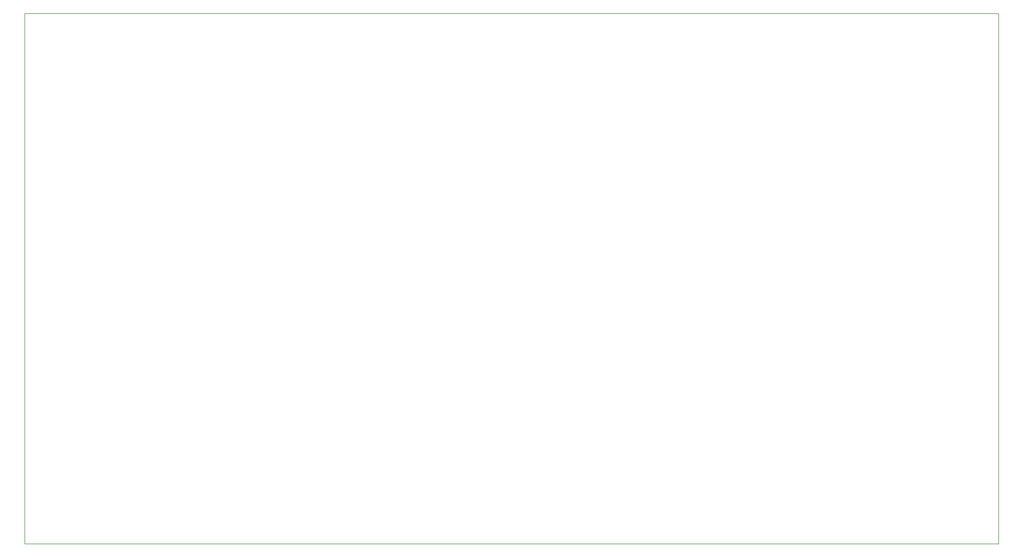
<source format=gbr>
%TF.GenerationSoftware,KiCad,Pcbnew,7.0.5*%
%TF.CreationDate,2023-06-20T16:58:26-04:00*%
%TF.ProjectId,PrawnDO_Breakout_Connectorized,50726177-6e44-44f5-9f42-7265616b6f75,rev?*%
%TF.SameCoordinates,Original*%
%TF.FileFunction,Profile,NP*%
%FSLAX46Y46*%
G04 Gerber Fmt 4.6, Leading zero omitted, Abs format (unit mm)*
G04 Created by KiCad (PCBNEW 7.0.5) date 2023-06-20 16:58:26*
%MOMM*%
%LPD*%
G01*
G04 APERTURE LIST*
%TA.AperFunction,Profile*%
%ADD10C,0.100000*%
%TD*%
G04 APERTURE END LIST*
D10*
X67900000Y-54200000D02*
X222300000Y-54200000D01*
X222300000Y-138300000D01*
X67900000Y-138300000D01*
X67900000Y-54200000D01*
M02*

</source>
